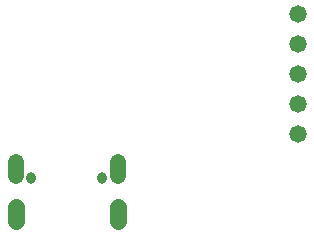
<source format=gbr>
G04 EAGLE Gerber RS-274X export*
G75*
%MOMM*%
%FSLAX34Y34*%
%LPD*%
%INSoldermask Bottom*%
%IPPOS*%
%AMOC8*
5,1,8,0,0,1.08239X$1,22.5*%
G01*
%ADD10C,0.833200*%
%ADD11C,0.803200*%
%ADD12C,1.473200*%
%ADD13C,1.361200*%
%ADD14C,1.403200*%


D10*
X90960Y53848D03*
X30960Y53848D03*
D11*
X90960Y53848D03*
D12*
X256540Y116840D03*
X256540Y142240D03*
X256540Y167640D03*
D11*
X90960Y54864D03*
D10*
X90960Y54864D03*
X30960Y54864D03*
D13*
X17760Y56324D02*
X17760Y67904D01*
X104160Y67904D02*
X104160Y56324D01*
D14*
X17760Y29864D02*
X17760Y17864D01*
X104160Y17864D02*
X104160Y29864D01*
D12*
X256540Y91440D03*
X256540Y193040D03*
M02*

</source>
